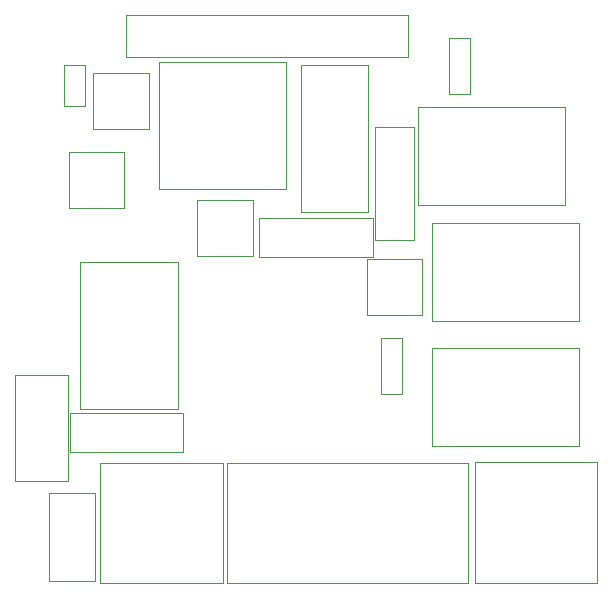
<source format=gbr>
G04 #@! TF.GenerationSoftware,KiCad,Pcbnew,5.1.6-c6e7f7d~87~ubuntu18.04.1*
G04 #@! TF.CreationDate,2020-10-13T20:33:34+05:30*
G04 #@! TF.ProjectId,BackEnd_4S_v1,4261636b-456e-4645-9f34-535f76312e6b,rev?*
G04 #@! TF.SameCoordinates,Original*
G04 #@! TF.FileFunction,Other,User*
%FSLAX46Y46*%
G04 Gerber Fmt 4.6, Leading zero omitted, Abs format (unit mm)*
G04 Created by KiCad (PCBNEW 5.1.6-c6e7f7d~87~ubuntu18.04.1) date 2020-10-13 20:33:34*
%MOMM*%
%LPD*%
G01*
G04 APERTURE LIST*
%ADD10C,0.050000*%
G04 APERTURE END LIST*
D10*
X176510000Y-58689000D02*
X176510000Y-53989000D01*
X171810000Y-58689000D02*
X176510000Y-58689000D01*
X171810000Y-53989000D02*
X171810000Y-58689000D01*
X176510000Y-53989000D02*
X171810000Y-53989000D01*
X197190000Y-59064200D02*
X197190000Y-46564200D01*
X191490000Y-59064200D02*
X197190000Y-59064200D01*
X191490000Y-46564200D02*
X191490000Y-59064200D01*
X197190000Y-46564200D02*
X191490000Y-46564200D01*
X173914000Y-52012100D02*
X178614000Y-52012100D01*
X173914000Y-47312100D02*
X173914000Y-52012100D01*
X178614000Y-47312100D02*
X173914000Y-47312100D01*
X178614000Y-52012100D02*
X178614000Y-47312100D01*
X197050000Y-63050700D02*
X197050000Y-67750700D01*
X201750000Y-63050700D02*
X197050000Y-63050700D01*
X201750000Y-67750700D02*
X201750000Y-63050700D01*
X197050000Y-67750700D02*
X201750000Y-67750700D01*
X182713000Y-62733400D02*
X187413000Y-62733400D01*
X182713000Y-58033400D02*
X182713000Y-62733400D01*
X187413000Y-58033400D02*
X182713000Y-58033400D01*
X187413000Y-62733400D02*
X187413000Y-58033400D01*
X179459000Y-46364400D02*
X179459000Y-57064400D01*
X190259000Y-46364400D02*
X179459000Y-46364400D01*
X190259000Y-57064400D02*
X190259000Y-46364400D01*
X179459000Y-57064400D02*
X190259000Y-57064400D01*
X171765000Y-72843000D02*
X171765000Y-81843000D01*
X171765000Y-72843000D02*
X167265000Y-72843000D01*
X167265000Y-81843000D02*
X171765000Y-81843000D01*
X167265000Y-81843000D02*
X167265000Y-72843000D01*
X181070000Y-75762200D02*
X181070000Y-63262200D01*
X172770000Y-75762200D02*
X181070000Y-75762200D01*
X172770000Y-63262200D02*
X172770000Y-75762200D01*
X181070000Y-63262200D02*
X172770000Y-63262200D01*
X201365000Y-58462800D02*
X213865000Y-58462800D01*
X201365000Y-50162800D02*
X201365000Y-58462800D01*
X213865000Y-50162800D02*
X201365000Y-50162800D01*
X213865000Y-58462800D02*
X213865000Y-50162800D01*
X215048000Y-70533600D02*
X202548000Y-70533600D01*
X215048000Y-78833600D02*
X215048000Y-70533600D01*
X202548000Y-78833600D02*
X215048000Y-78833600D01*
X202548000Y-70533600D02*
X202548000Y-78833600D01*
X215048000Y-59979900D02*
X202548000Y-59979900D01*
X215048000Y-68279900D02*
X215048000Y-59979900D01*
X202548000Y-68279900D02*
X215048000Y-68279900D01*
X202548000Y-59979900D02*
X202548000Y-68279900D01*
X200580000Y-45945200D02*
X200580000Y-42345200D01*
X176680000Y-45945200D02*
X200580000Y-45945200D01*
X176680000Y-42345200D02*
X176680000Y-45945200D01*
X200580000Y-42345200D02*
X176680000Y-42345200D01*
X201060000Y-61407400D02*
X201060000Y-51807400D01*
X197760000Y-61407400D02*
X201060000Y-61407400D01*
X197760000Y-51807400D02*
X197760000Y-61407400D01*
X201060000Y-51807400D02*
X197760000Y-51807400D01*
X171929000Y-76033400D02*
X171929000Y-79333400D01*
X171929000Y-79333400D02*
X181529000Y-79333400D01*
X181529000Y-79333400D02*
X181529000Y-76033400D01*
X181529000Y-76033400D02*
X171929000Y-76033400D01*
X197547000Y-62856400D02*
X197547000Y-59556400D01*
X197547000Y-59556400D02*
X187947000Y-59556400D01*
X187947000Y-59556400D02*
X187947000Y-62856400D01*
X187947000Y-62856400D02*
X197547000Y-62856400D01*
X171401000Y-50033700D02*
X171401000Y-46633700D01*
X171401000Y-46633700D02*
X173161000Y-46633700D01*
X173161000Y-46633700D02*
X173161000Y-50033700D01*
X173161000Y-50033700D02*
X171401000Y-50033700D01*
X184879000Y-90495100D02*
X174479000Y-90495100D01*
X184879000Y-80295100D02*
X184879000Y-90495100D01*
X174479000Y-80295100D02*
X184879000Y-80295100D01*
X174479000Y-90495100D02*
X174479000Y-80295100D01*
X206186000Y-90413800D02*
X206186000Y-80213800D01*
X206186000Y-80213800D02*
X216586000Y-80213800D01*
X216586000Y-80213800D02*
X216586000Y-90413800D01*
X216586000Y-90413800D02*
X206186000Y-90413800D01*
X205664000Y-90495100D02*
X185264000Y-90495100D01*
X205664000Y-80295100D02*
X205664000Y-90495100D01*
X185264000Y-80295100D02*
X205664000Y-80295100D01*
X185264000Y-90495100D02*
X185264000Y-80295100D01*
X198279000Y-74447900D02*
X198279000Y-69747900D01*
X198279000Y-74447900D02*
X200079000Y-74447900D01*
X200079000Y-69747900D02*
X198279000Y-69747900D01*
X200079000Y-69747900D02*
X200079000Y-74447900D01*
X205799000Y-44347900D02*
X205799000Y-49047900D01*
X205799000Y-44347900D02*
X203999000Y-44347900D01*
X203999000Y-49047900D02*
X205799000Y-49047900D01*
X203999000Y-49047900D02*
X203999000Y-44347900D01*
X170112000Y-82801100D02*
X170112000Y-90301100D01*
X174012000Y-82801100D02*
X174012000Y-90301100D01*
X174012000Y-90301100D02*
X170112000Y-90301100D01*
X174012000Y-82801100D02*
X170112000Y-82801100D01*
M02*

</source>
